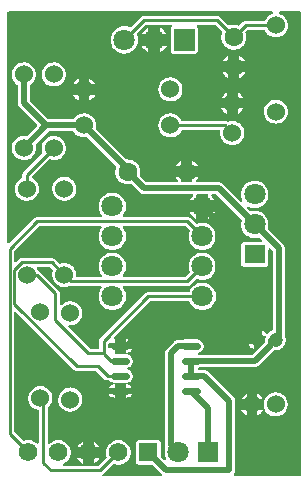
<source format=gbl>
G04 Layer: BottomLayer*
G04 EasyEDA v6.4.31, 2022-01-29 23:58:21*
G04 f8a1f9972e504da7969cdc8d593e69ee,00a5ad12733442db97615573759eb5db,10*
G04 Gerber Generator version 0.2*
G04 Scale: 100 percent, Rotated: No, Reflected: No *
G04 Dimensions in millimeters *
G04 leading zeros omitted , absolute positions ,4 integer and 5 decimal *
%FSLAX45Y45*%
%MOMM*%

%ADD10C,0.2540*%
%ADD11C,0.5000*%
%ADD12C,1.6000*%
%ADD13C,1.8000*%
%ADD14R,1.8000X1.5748*%
%ADD15C,1.5240*%
%ADD16C,1.5748*%
%ADD17R,1.5748X1.5748*%
%ADD18R,1.8000X1.8000*%
%ADD19C,1.2000*%
%ADD20C,0.6000*%

%LPD*%
G36*
X840384Y25908D02*
G01*
X836371Y26720D01*
X832967Y29108D01*
X830834Y32664D01*
X830275Y36728D01*
X831342Y40690D01*
X833932Y43942D01*
X840435Y49276D01*
X919175Y127965D01*
X922274Y130098D01*
X925931Y130962D01*
X929640Y130403D01*
X938123Y127558D01*
X951534Y124866D01*
X965200Y123952D01*
X978865Y124866D01*
X992276Y127558D01*
X1005230Y131927D01*
X1017524Y137972D01*
X1028903Y145592D01*
X1039164Y154635D01*
X1048207Y164896D01*
X1055827Y176276D01*
X1061872Y188569D01*
X1066241Y201523D01*
X1068933Y214934D01*
X1069848Y228600D01*
X1068933Y242265D01*
X1066241Y255676D01*
X1061872Y268630D01*
X1055827Y280924D01*
X1048207Y292303D01*
X1039164Y302564D01*
X1028903Y311607D01*
X1017524Y319227D01*
X1005230Y325272D01*
X992276Y329641D01*
X978865Y332333D01*
X965200Y333248D01*
X951534Y332333D01*
X938123Y329641D01*
X925169Y325272D01*
X912876Y319227D01*
X901496Y311607D01*
X891235Y302564D01*
X882192Y292303D01*
X874572Y280924D01*
X868527Y268630D01*
X864158Y255676D01*
X861466Y242265D01*
X860552Y228600D01*
X861466Y214934D01*
X864158Y201523D01*
X867003Y193040D01*
X867562Y189331D01*
X866698Y185674D01*
X864565Y182575D01*
X799795Y117805D01*
X796493Y115570D01*
X792581Y114808D01*
X760069Y114808D01*
X755700Y115824D01*
X753516Y117500D01*
X750671Y115570D01*
X746760Y114808D01*
X675640Y114808D01*
X671728Y115570D01*
X668883Y117500D01*
X666699Y115824D01*
X662330Y114808D01*
X506069Y114808D01*
X501700Y115824D01*
X498144Y118618D01*
X496163Y122682D01*
X496163Y127152D01*
X498093Y131216D01*
X501599Y134061D01*
X509524Y137972D01*
X520903Y145592D01*
X531164Y154635D01*
X540207Y164896D01*
X547827Y176276D01*
X553872Y188569D01*
X558241Y201523D01*
X560933Y214934D01*
X561848Y228600D01*
X560933Y242265D01*
X558241Y255676D01*
X553872Y268630D01*
X547827Y280924D01*
X540207Y292303D01*
X531164Y302564D01*
X520903Y311607D01*
X509524Y319227D01*
X497230Y325272D01*
X484276Y329641D01*
X470865Y332333D01*
X457200Y333248D01*
X443534Y332333D01*
X430123Y329641D01*
X417169Y325272D01*
X404876Y319227D01*
X393496Y311607D01*
X385673Y304749D01*
X382320Y302768D01*
X378510Y302209D01*
X374751Y303123D01*
X371652Y305358D01*
X369519Y308559D01*
X368808Y312369D01*
X368808Y604926D01*
X369265Y607923D01*
X370586Y610666D01*
X382778Y623214D01*
X390855Y634187D01*
X397408Y646125D01*
X402285Y658876D01*
X405485Y672134D01*
X406806Y685698D01*
X406349Y699312D01*
X404114Y712774D01*
X400050Y725779D01*
X394309Y738174D01*
X386994Y749655D01*
X378206Y760069D01*
X368046Y769213D01*
X356819Y776935D01*
X344678Y783082D01*
X331774Y787552D01*
X318414Y790295D01*
X304800Y791159D01*
X291185Y790295D01*
X277825Y787552D01*
X264922Y783082D01*
X252780Y776935D01*
X241554Y769213D01*
X231394Y760069D01*
X222605Y749655D01*
X215290Y738174D01*
X209550Y725779D01*
X205486Y712774D01*
X203250Y699312D01*
X202793Y685698D01*
X204114Y672134D01*
X207314Y658876D01*
X212191Y646125D01*
X218744Y634187D01*
X226821Y623214D01*
X236321Y613410D01*
X247040Y604926D01*
X258775Y597966D01*
X271322Y592683D01*
X284124Y589178D01*
X287985Y587095D01*
X290626Y583641D01*
X291592Y579374D01*
X291592Y312369D01*
X290880Y308559D01*
X288747Y305358D01*
X285648Y303123D01*
X281889Y302209D01*
X278079Y302768D01*
X274726Y304749D01*
X266903Y311607D01*
X255524Y319227D01*
X243230Y325272D01*
X230276Y329641D01*
X216865Y332333D01*
X203200Y333248D01*
X189534Y332333D01*
X176123Y329641D01*
X167640Y326796D01*
X163931Y326237D01*
X160274Y327101D01*
X157175Y329234D01*
X86563Y399846D01*
X84328Y403148D01*
X83566Y407060D01*
X83566Y1409598D01*
X84328Y1413510D01*
X86563Y1416812D01*
X89814Y1418996D01*
X93726Y1419758D01*
X97637Y1418996D01*
X100888Y1416812D01*
X585622Y932078D01*
X591870Y926947D01*
X598525Y923391D01*
X605739Y921207D01*
X613765Y920394D01*
X771652Y920394D01*
X775563Y919632D01*
X778865Y917448D01*
X846937Y849376D01*
X853186Y844245D01*
X859840Y840689D01*
X867054Y838504D01*
X875080Y837692D01*
X888390Y837692D01*
X892302Y836930D01*
X895553Y834694D01*
X896772Y833526D01*
X904748Y827938D01*
X913587Y823823D01*
X918006Y822604D01*
X921918Y820572D01*
X924610Y817118D01*
X925525Y812800D01*
X924610Y808482D01*
X921918Y805027D01*
X918006Y802995D01*
X913587Y801776D01*
X904748Y797661D01*
X896772Y792073D01*
X889914Y785215D01*
X884326Y777240D01*
X881227Y770636D01*
X936345Y770636D01*
X936345Y810209D01*
X937107Y814120D01*
X939342Y817422D01*
X942644Y819607D01*
X946505Y820369D01*
X1018895Y820369D01*
X1022756Y819607D01*
X1026058Y817422D01*
X1028293Y814120D01*
X1029055Y810209D01*
X1029055Y770636D01*
X1084173Y770636D01*
X1081074Y777240D01*
X1075486Y785215D01*
X1068628Y792073D01*
X1060653Y797661D01*
X1051814Y801776D01*
X1047394Y802995D01*
X1043482Y805027D01*
X1040790Y808482D01*
X1039876Y812800D01*
X1040790Y817118D01*
X1043482Y820572D01*
X1047394Y822604D01*
X1051814Y823823D01*
X1060653Y827938D01*
X1068628Y833526D01*
X1075486Y840384D01*
X1081074Y848360D01*
X1085189Y857199D01*
X1087729Y866597D01*
X1088593Y876300D01*
X1087729Y886002D01*
X1085189Y895400D01*
X1081074Y904240D01*
X1075486Y912215D01*
X1068628Y919073D01*
X1060653Y924661D01*
X1051814Y928776D01*
X1047394Y929995D01*
X1043482Y932027D01*
X1040790Y935482D01*
X1039876Y939800D01*
X1040790Y944118D01*
X1043482Y947572D01*
X1047394Y949604D01*
X1051814Y950823D01*
X1060653Y954938D01*
X1068628Y960526D01*
X1075486Y967384D01*
X1081074Y975360D01*
X1085189Y984199D01*
X1087729Y993597D01*
X1088593Y1003300D01*
X1087729Y1013002D01*
X1085189Y1022400D01*
X1081074Y1031240D01*
X1075486Y1039215D01*
X1068628Y1046073D01*
X1060653Y1051661D01*
X1051814Y1055776D01*
X1047394Y1056995D01*
X1043482Y1059027D01*
X1040790Y1062482D01*
X1039876Y1066800D01*
X1040790Y1071118D01*
X1043482Y1074572D01*
X1047394Y1076604D01*
X1051814Y1077823D01*
X1060653Y1081938D01*
X1068628Y1087526D01*
X1075486Y1094384D01*
X1081074Y1102360D01*
X1084173Y1108964D01*
X1029055Y1108964D01*
X1029055Y1069390D01*
X1028293Y1065479D01*
X1026058Y1062177D01*
X1022756Y1059992D01*
X1018895Y1059230D01*
X946505Y1059230D01*
X942644Y1059992D01*
X939342Y1062177D01*
X937107Y1065479D01*
X936345Y1069390D01*
X936345Y1108964D01*
X888746Y1108964D01*
X884834Y1109726D01*
X881583Y1111910D01*
X879348Y1115212D01*
X878586Y1119124D01*
X878586Y1141476D01*
X879348Y1145387D01*
X881583Y1148689D01*
X884834Y1150874D01*
X888746Y1151636D01*
X936345Y1151636D01*
X936345Y1186230D01*
X931265Y1186992D01*
X927963Y1189177D01*
X925728Y1192479D01*
X924966Y1196390D01*
X925728Y1200251D01*
X927963Y1203553D01*
X1232204Y1507794D01*
X1235506Y1510030D01*
X1239418Y1510792D01*
X1560271Y1510792D01*
X1564030Y1510080D01*
X1567230Y1508048D01*
X1569466Y1504950D01*
X1574850Y1493570D01*
X1582623Y1481277D01*
X1591919Y1470050D01*
X1602536Y1460093D01*
X1614322Y1451559D01*
X1627073Y1444548D01*
X1640586Y1439164D01*
X1654708Y1435557D01*
X1669135Y1433728D01*
X1683664Y1433728D01*
X1698091Y1435557D01*
X1712214Y1439164D01*
X1725726Y1444548D01*
X1738477Y1451559D01*
X1750263Y1460093D01*
X1760880Y1470050D01*
X1770176Y1481277D01*
X1777949Y1493570D01*
X1784146Y1506728D01*
X1788668Y1520596D01*
X1791360Y1534871D01*
X1792274Y1549400D01*
X1791360Y1563928D01*
X1788668Y1578203D01*
X1784146Y1592072D01*
X1777949Y1605229D01*
X1770176Y1617522D01*
X1760880Y1628749D01*
X1750263Y1638706D01*
X1738477Y1647240D01*
X1725726Y1654251D01*
X1712214Y1659636D01*
X1698091Y1663242D01*
X1683664Y1665071D01*
X1669135Y1665071D01*
X1654708Y1663242D01*
X1640586Y1659636D01*
X1627073Y1654251D01*
X1614322Y1647240D01*
X1602536Y1638706D01*
X1591919Y1628749D01*
X1582623Y1617522D01*
X1574850Y1605229D01*
X1569466Y1593850D01*
X1567230Y1590751D01*
X1564030Y1588719D01*
X1560271Y1588008D01*
X1219708Y1588008D01*
X1211681Y1587195D01*
X1204468Y1585010D01*
X1197762Y1581454D01*
X1191564Y1576324D01*
X813053Y1197813D01*
X807923Y1191615D01*
X804367Y1184910D01*
X802182Y1177696D01*
X801370Y1169670D01*
X801370Y1115568D01*
X800608Y1111656D01*
X798372Y1108405D01*
X795121Y1106170D01*
X791210Y1105408D01*
X731418Y1105408D01*
X727506Y1106170D01*
X724204Y1108405D01*
X545388Y1287170D01*
X543204Y1290472D01*
X542442Y1294384D01*
X543204Y1298244D01*
X545388Y1301546D01*
X548690Y1303782D01*
X552602Y1304544D01*
X565607Y1304544D01*
X579120Y1306372D01*
X592277Y1309928D01*
X604824Y1315262D01*
X616559Y1322222D01*
X627278Y1330655D01*
X636778Y1340459D01*
X644855Y1351483D01*
X651408Y1363421D01*
X656285Y1376121D01*
X659485Y1389430D01*
X660806Y1402994D01*
X660349Y1416608D01*
X658114Y1430070D01*
X654050Y1443075D01*
X648309Y1455470D01*
X640994Y1466951D01*
X632206Y1477365D01*
X622046Y1486509D01*
X610819Y1494231D01*
X598678Y1500378D01*
X585774Y1504848D01*
X572414Y1507540D01*
X558800Y1508455D01*
X545185Y1507540D01*
X531825Y1504848D01*
X518922Y1500378D01*
X506780Y1494231D01*
X495554Y1486509D01*
X487375Y1479143D01*
X484073Y1477111D01*
X480212Y1476502D01*
X476453Y1477365D01*
X473252Y1479600D01*
X471170Y1482852D01*
X470408Y1486662D01*
X470408Y1574292D01*
X469595Y1582318D01*
X467410Y1589532D01*
X463854Y1596237D01*
X458724Y1602435D01*
X303733Y1757425D01*
X297535Y1762556D01*
X287274Y1767687D01*
X285038Y1769770D01*
X277012Y1784604D01*
X275793Y1788617D01*
X276301Y1792732D01*
X278434Y1796338D01*
X281838Y1798777D01*
X285902Y1799640D01*
X380034Y1799640D01*
X383895Y1798878D01*
X387197Y1796643D01*
X409346Y1774545D01*
X411530Y1771345D01*
X412292Y1767535D01*
X411632Y1763725D01*
X410514Y1760778D01*
X407314Y1747469D01*
X405993Y1733905D01*
X406450Y1720291D01*
X408686Y1706829D01*
X412750Y1693824D01*
X418490Y1681429D01*
X425805Y1669948D01*
X434593Y1659534D01*
X444754Y1650390D01*
X455980Y1642668D01*
X468122Y1636522D01*
X481025Y1632051D01*
X494385Y1629359D01*
X508000Y1628444D01*
X521614Y1629359D01*
X534974Y1632051D01*
X547878Y1636522D01*
X552450Y1638401D01*
X555294Y1638503D01*
X562559Y1637792D01*
X815848Y1637792D01*
X819556Y1637080D01*
X822756Y1635048D01*
X825042Y1631950D01*
X825957Y1628292D01*
X825500Y1624482D01*
X823671Y1621180D01*
X820623Y1617522D01*
X812850Y1605229D01*
X806653Y1592072D01*
X802132Y1578203D01*
X799439Y1563928D01*
X798525Y1549400D01*
X799439Y1534871D01*
X802132Y1520596D01*
X806653Y1506728D01*
X812850Y1493570D01*
X820623Y1481277D01*
X829919Y1470050D01*
X840536Y1460093D01*
X852322Y1451559D01*
X865073Y1444548D01*
X878586Y1439164D01*
X892708Y1435557D01*
X907135Y1433728D01*
X921664Y1433728D01*
X936091Y1435557D01*
X950214Y1439164D01*
X963726Y1444548D01*
X976477Y1451559D01*
X988263Y1460093D01*
X998880Y1470050D01*
X1008176Y1481277D01*
X1015949Y1493570D01*
X1022146Y1506728D01*
X1026668Y1520596D01*
X1029360Y1534871D01*
X1030274Y1549400D01*
X1029360Y1563928D01*
X1026668Y1578203D01*
X1022146Y1592072D01*
X1015949Y1605229D01*
X1008176Y1617522D01*
X1005128Y1621180D01*
X1003300Y1624482D01*
X1002842Y1628292D01*
X1003757Y1631950D01*
X1006043Y1635048D01*
X1009243Y1637080D01*
X1012952Y1637792D01*
X1548892Y1637792D01*
X1556918Y1638604D01*
X1564132Y1640789D01*
X1570837Y1644345D01*
X1577035Y1649475D01*
X1621688Y1694078D01*
X1624939Y1696262D01*
X1628749Y1697075D01*
X1632610Y1696364D01*
X1640586Y1693164D01*
X1654708Y1689557D01*
X1669135Y1687728D01*
X1683664Y1687728D01*
X1698091Y1689557D01*
X1712214Y1693164D01*
X1725726Y1698548D01*
X1738477Y1705559D01*
X1750263Y1714093D01*
X1760880Y1724050D01*
X1770176Y1735277D01*
X1777949Y1747570D01*
X1784146Y1760728D01*
X1788668Y1774596D01*
X1791360Y1788871D01*
X1792274Y1803400D01*
X1791360Y1817928D01*
X1788668Y1832203D01*
X1784146Y1846072D01*
X1777949Y1859229D01*
X1770176Y1871522D01*
X1760880Y1882749D01*
X1750263Y1892706D01*
X1738477Y1901240D01*
X1725726Y1908251D01*
X1712214Y1913636D01*
X1698091Y1917242D01*
X1683664Y1919071D01*
X1669135Y1919071D01*
X1654708Y1917242D01*
X1640586Y1913636D01*
X1627073Y1908251D01*
X1614322Y1901240D01*
X1602536Y1892706D01*
X1591919Y1882749D01*
X1582623Y1871522D01*
X1574850Y1859229D01*
X1568653Y1846072D01*
X1564132Y1832203D01*
X1561439Y1817928D01*
X1560525Y1803400D01*
X1561439Y1788871D01*
X1564132Y1774596D01*
X1568653Y1760728D01*
X1569923Y1756054D01*
X1569212Y1751990D01*
X1566976Y1748536D01*
X1536395Y1718005D01*
X1533093Y1715770D01*
X1529181Y1715007D01*
X1012952Y1715007D01*
X1009243Y1715719D01*
X1006043Y1717751D01*
X1003757Y1720850D01*
X1002842Y1724507D01*
X1003300Y1728317D01*
X1005128Y1731619D01*
X1008176Y1735277D01*
X1015949Y1747570D01*
X1022146Y1760728D01*
X1026668Y1774596D01*
X1029360Y1788871D01*
X1030274Y1803400D01*
X1029360Y1817928D01*
X1026668Y1832203D01*
X1022146Y1846072D01*
X1015949Y1859229D01*
X1008176Y1871522D01*
X998880Y1882749D01*
X988263Y1892706D01*
X976477Y1901240D01*
X963726Y1908251D01*
X950214Y1913636D01*
X936091Y1917242D01*
X921664Y1919071D01*
X907135Y1919071D01*
X892708Y1917242D01*
X878586Y1913636D01*
X865073Y1908251D01*
X852322Y1901240D01*
X840536Y1892706D01*
X829919Y1882749D01*
X820623Y1871522D01*
X812850Y1859229D01*
X806653Y1846072D01*
X802132Y1832203D01*
X799439Y1817928D01*
X798525Y1803400D01*
X799439Y1788871D01*
X802132Y1774596D01*
X806653Y1760728D01*
X812850Y1747570D01*
X820623Y1735277D01*
X823671Y1731619D01*
X825500Y1728317D01*
X825957Y1724507D01*
X825042Y1720850D01*
X822756Y1717751D01*
X819556Y1715719D01*
X815848Y1715007D01*
X619912Y1715007D01*
X615950Y1715820D01*
X612597Y1718106D01*
X610412Y1721510D01*
X609752Y1725523D01*
X610006Y1733905D01*
X608685Y1747469D01*
X605485Y1760778D01*
X600608Y1773478D01*
X594055Y1785416D01*
X585978Y1796440D01*
X576478Y1806244D01*
X565759Y1814677D01*
X554024Y1821637D01*
X541477Y1826971D01*
X528320Y1830527D01*
X514807Y1832356D01*
X501192Y1832356D01*
X487680Y1830527D01*
X473659Y1826666D01*
X470154Y1826361D01*
X466699Y1827275D01*
X463804Y1829307D01*
X427888Y1865172D01*
X421640Y1870303D01*
X414985Y1873859D01*
X407771Y1876043D01*
X399745Y1876856D01*
X150723Y1876856D01*
X142697Y1876043D01*
X135483Y1873859D01*
X128828Y1870303D01*
X122580Y1865172D01*
X100888Y1843532D01*
X97637Y1841296D01*
X93726Y1840534D01*
X89814Y1841296D01*
X86563Y1843532D01*
X84328Y1846834D01*
X83566Y1850694D01*
X83566Y1929739D01*
X84328Y1933651D01*
X86563Y1936953D01*
X292404Y2142794D01*
X295706Y2145030D01*
X299618Y2145792D01*
X815848Y2145792D01*
X819556Y2145080D01*
X822756Y2143048D01*
X825042Y2139950D01*
X825957Y2136292D01*
X825500Y2132482D01*
X823671Y2129180D01*
X820623Y2125522D01*
X812850Y2113229D01*
X806653Y2100072D01*
X802132Y2086203D01*
X799439Y2071928D01*
X798525Y2057400D01*
X799439Y2042871D01*
X802132Y2028596D01*
X806653Y2014728D01*
X812850Y2001570D01*
X820623Y1989277D01*
X829919Y1978050D01*
X840536Y1968093D01*
X852322Y1959559D01*
X865073Y1952548D01*
X878586Y1947164D01*
X892708Y1943557D01*
X907135Y1941728D01*
X921664Y1941728D01*
X936091Y1943557D01*
X950214Y1947164D01*
X963726Y1952548D01*
X976477Y1959559D01*
X988263Y1968093D01*
X998880Y1978050D01*
X1008176Y1989277D01*
X1015949Y2001570D01*
X1022146Y2014728D01*
X1026668Y2028596D01*
X1029360Y2042871D01*
X1030274Y2057400D01*
X1029360Y2071928D01*
X1026668Y2086203D01*
X1022146Y2100072D01*
X1015949Y2113229D01*
X1008176Y2125522D01*
X1005128Y2129180D01*
X1003300Y2132482D01*
X1002842Y2136292D01*
X1003757Y2139950D01*
X1006043Y2143048D01*
X1009243Y2145080D01*
X1012952Y2145792D01*
X1529181Y2145792D01*
X1533093Y2145030D01*
X1536395Y2142794D01*
X1566976Y2112264D01*
X1569212Y2108809D01*
X1569923Y2104745D01*
X1568653Y2100072D01*
X1564132Y2086203D01*
X1561439Y2071928D01*
X1560525Y2057400D01*
X1561439Y2042871D01*
X1564132Y2028596D01*
X1568653Y2014728D01*
X1574850Y2001570D01*
X1582623Y1989277D01*
X1591919Y1978050D01*
X1602536Y1968093D01*
X1614322Y1959559D01*
X1627073Y1952548D01*
X1640586Y1947164D01*
X1654708Y1943557D01*
X1669135Y1941728D01*
X1683664Y1941728D01*
X1698091Y1943557D01*
X1712214Y1947164D01*
X1725726Y1952548D01*
X1738477Y1959559D01*
X1750263Y1968093D01*
X1760880Y1978050D01*
X1770176Y1989277D01*
X1777949Y2001570D01*
X1784146Y2014728D01*
X1788668Y2028596D01*
X1791360Y2042871D01*
X1792274Y2057400D01*
X1791360Y2071928D01*
X1788668Y2086203D01*
X1784146Y2100072D01*
X1777949Y2113229D01*
X1770176Y2125522D01*
X1760880Y2136749D01*
X1750263Y2146706D01*
X1738477Y2155240D01*
X1725726Y2162251D01*
X1712214Y2167636D01*
X1698091Y2171242D01*
X1683664Y2173071D01*
X1669135Y2173071D01*
X1654708Y2171242D01*
X1640586Y2167636D01*
X1632610Y2164435D01*
X1628749Y2163724D01*
X1624939Y2164537D01*
X1621688Y2166721D01*
X1577035Y2211324D01*
X1570837Y2216454D01*
X1564132Y2220010D01*
X1556918Y2222195D01*
X1548892Y2223008D01*
X1012952Y2223008D01*
X1009243Y2223719D01*
X1006043Y2225751D01*
X1003757Y2228850D01*
X1002842Y2232507D01*
X1003300Y2236317D01*
X1005128Y2239619D01*
X1008176Y2243277D01*
X1015949Y2255570D01*
X1022146Y2268728D01*
X1026668Y2282596D01*
X1029360Y2296871D01*
X1030274Y2311400D01*
X1029360Y2325928D01*
X1026668Y2340203D01*
X1022146Y2354072D01*
X1015949Y2367229D01*
X1008176Y2379522D01*
X998880Y2390749D01*
X988263Y2400706D01*
X976477Y2409240D01*
X963726Y2416251D01*
X950214Y2421636D01*
X936091Y2425242D01*
X921664Y2427071D01*
X907135Y2427071D01*
X892708Y2425242D01*
X878586Y2421636D01*
X865073Y2416251D01*
X852322Y2409240D01*
X840536Y2400706D01*
X829919Y2390749D01*
X820623Y2379522D01*
X812850Y2367229D01*
X806653Y2354072D01*
X802132Y2340203D01*
X799439Y2325928D01*
X798525Y2311400D01*
X799439Y2296871D01*
X802132Y2282596D01*
X806653Y2268728D01*
X812850Y2255570D01*
X820623Y2243277D01*
X823671Y2239619D01*
X825500Y2236317D01*
X825957Y2232507D01*
X825042Y2228850D01*
X822756Y2225751D01*
X819556Y2223719D01*
X815848Y2223008D01*
X279908Y2223008D01*
X271881Y2222195D01*
X264668Y2220010D01*
X257962Y2216454D01*
X251764Y2211324D01*
X43230Y2002840D01*
X39979Y2000656D01*
X36068Y1999894D01*
X32156Y2000656D01*
X28905Y2002840D01*
X26670Y2006142D01*
X25908Y2010054D01*
X25908Y3951732D01*
X26670Y3955643D01*
X28905Y3958894D01*
X32156Y3961129D01*
X36068Y3961892D01*
X2265070Y3961892D01*
X2269134Y3961028D01*
X2272487Y3958640D01*
X2274671Y3955135D01*
X2275179Y3951020D01*
X2274062Y3947007D01*
X2271420Y3943807D01*
X2267762Y3941927D01*
X2265222Y3941216D01*
X2252675Y3935933D01*
X2240940Y3928973D01*
X2230221Y3920490D01*
X2220722Y3910685D01*
X2212644Y3899712D01*
X2206599Y3888689D01*
X2204313Y3885895D01*
X2201214Y3884066D01*
X2197709Y3883406D01*
X2043938Y3883406D01*
X2035911Y3882593D01*
X2028698Y3880408D01*
X2021992Y3876852D01*
X2015794Y3871722D01*
X1990140Y3846118D01*
X1987042Y3843985D01*
X1983384Y3843121D01*
X1979675Y3843680D01*
X1970481Y3846779D01*
X1956917Y3849471D01*
X1943100Y3850386D01*
X1929282Y3849471D01*
X1915718Y3846779D01*
X1906524Y3843680D01*
X1902815Y3843121D01*
X1899157Y3843985D01*
X1896059Y3846118D01*
X1829003Y3913124D01*
X1822805Y3918254D01*
X1816100Y3921810D01*
X1808886Y3923995D01*
X1800860Y3924808D01*
X1181608Y3924808D01*
X1173581Y3923995D01*
X1166368Y3921810D01*
X1159662Y3918254D01*
X1153464Y3913124D01*
X1070711Y3830421D01*
X1067460Y3828237D01*
X1063650Y3827424D01*
X1059789Y3828135D01*
X1051814Y3831336D01*
X1037691Y3834942D01*
X1023264Y3836771D01*
X1008735Y3836771D01*
X994308Y3834942D01*
X980186Y3831336D01*
X966673Y3825951D01*
X953922Y3818940D01*
X942136Y3810406D01*
X931519Y3800449D01*
X922223Y3789222D01*
X914450Y3776929D01*
X908253Y3763772D01*
X903732Y3749903D01*
X901039Y3735628D01*
X900125Y3721100D01*
X901039Y3706571D01*
X903732Y3692296D01*
X908253Y3678428D01*
X914450Y3665270D01*
X922223Y3652977D01*
X931519Y3641750D01*
X942136Y3631793D01*
X953922Y3623259D01*
X966673Y3616248D01*
X980186Y3610864D01*
X994308Y3607257D01*
X1008735Y3605428D01*
X1023264Y3605428D01*
X1037691Y3607257D01*
X1051814Y3610864D01*
X1065326Y3616248D01*
X1078077Y3623259D01*
X1089863Y3631793D01*
X1100480Y3641750D01*
X1109776Y3652977D01*
X1117549Y3665270D01*
X1123746Y3678428D01*
X1128268Y3692296D01*
X1130960Y3706571D01*
X1131874Y3721100D01*
X1130960Y3735628D01*
X1128268Y3749903D01*
X1123746Y3763772D01*
X1122476Y3768445D01*
X1123188Y3772509D01*
X1125423Y3775964D01*
X1194104Y3844594D01*
X1197406Y3846829D01*
X1201318Y3847592D01*
X1222044Y3847592D01*
X1225397Y3846931D01*
X1228801Y3847592D01*
X1311198Y3847592D01*
X1314602Y3846931D01*
X1317955Y3847592D01*
X1409649Y3847592D01*
X1413510Y3846829D01*
X1416812Y3844594D01*
X1419047Y3841343D01*
X1419809Y3837432D01*
X1419047Y3833520D01*
X1416812Y3830269D01*
X1413814Y3827221D01*
X1410716Y3822293D01*
X1408785Y3816858D01*
X1408074Y3810508D01*
X1408074Y3631692D01*
X1408785Y3625342D01*
X1410716Y3619906D01*
X1413814Y3614978D01*
X1417878Y3610914D01*
X1422806Y3607815D01*
X1428242Y3605885D01*
X1434592Y3605174D01*
X1613408Y3605174D01*
X1619758Y3605885D01*
X1625193Y3607815D01*
X1630121Y3610914D01*
X1634185Y3614978D01*
X1637283Y3619906D01*
X1639214Y3625342D01*
X1639925Y3631692D01*
X1639925Y3810508D01*
X1639214Y3816858D01*
X1637283Y3822293D01*
X1634185Y3827221D01*
X1631188Y3830269D01*
X1628952Y3833520D01*
X1628190Y3837432D01*
X1628952Y3841343D01*
X1631188Y3844594D01*
X1634489Y3846829D01*
X1638350Y3847592D01*
X1781149Y3847592D01*
X1785061Y3846829D01*
X1788363Y3844594D01*
X1841500Y3791508D01*
X1843582Y3788410D01*
X1844446Y3784752D01*
X1843938Y3781044D01*
X1840839Y3771900D01*
X1838096Y3758336D01*
X1837232Y3744518D01*
X1838096Y3730701D01*
X1840839Y3717086D01*
X1845259Y3703980D01*
X1851406Y3691534D01*
X1859076Y3680053D01*
X1868220Y3669639D01*
X1878634Y3660495D01*
X1890166Y3652824D01*
X1902561Y3646678D01*
X1915718Y3642207D01*
X1929282Y3639515D01*
X1943100Y3638600D01*
X1956917Y3639515D01*
X1970481Y3642207D01*
X1983638Y3646678D01*
X1996033Y3652824D01*
X2007565Y3660495D01*
X2017979Y3669639D01*
X2027123Y3680053D01*
X2034793Y3691534D01*
X2040940Y3703980D01*
X2045360Y3717086D01*
X2048103Y3730701D01*
X2048967Y3744518D01*
X2048103Y3758336D01*
X2045360Y3771900D01*
X2042261Y3781044D01*
X2041753Y3784752D01*
X2042617Y3788410D01*
X2044700Y3791508D01*
X2056434Y3803192D01*
X2059736Y3805428D01*
X2063648Y3806190D01*
X2197862Y3806190D01*
X2201621Y3805478D01*
X2204821Y3803396D01*
X2207056Y3800297D01*
X2209190Y3795725D01*
X2216505Y3784244D01*
X2225294Y3773830D01*
X2235454Y3764686D01*
X2246680Y3756964D01*
X2258822Y3750818D01*
X2271725Y3746347D01*
X2285085Y3743604D01*
X2298700Y3742690D01*
X2312314Y3743604D01*
X2325674Y3746347D01*
X2338578Y3750818D01*
X2350719Y3756964D01*
X2361946Y3764686D01*
X2372106Y3773830D01*
X2380894Y3784244D01*
X2388209Y3795725D01*
X2393950Y3808120D01*
X2398014Y3821125D01*
X2400249Y3834587D01*
X2400706Y3848201D01*
X2399385Y3861765D01*
X2396185Y3875024D01*
X2391308Y3887774D01*
X2384755Y3899712D01*
X2376678Y3910685D01*
X2367178Y3920490D01*
X2356459Y3928973D01*
X2344724Y3935933D01*
X2332177Y3941216D01*
X2329637Y3941927D01*
X2325979Y3943807D01*
X2323338Y3947007D01*
X2322220Y3951020D01*
X2322728Y3955135D01*
X2324912Y3958640D01*
X2328265Y3961028D01*
X2332329Y3961892D01*
X2503932Y3961892D01*
X2507843Y3961129D01*
X2511094Y3958894D01*
X2513330Y3955643D01*
X2514092Y3951732D01*
X2514092Y36068D01*
X2513330Y32156D01*
X2511094Y28905D01*
X2507843Y26670D01*
X2503932Y25908D01*
X1950923Y25908D01*
X1947011Y26670D01*
X1943709Y28905D01*
X1941525Y32156D01*
X1940763Y36068D01*
X1941525Y39979D01*
X1949043Y50749D01*
X1952802Y58826D01*
X1955088Y67360D01*
X1955901Y76657D01*
X1955901Y660196D01*
X1955698Y664819D01*
X1955139Y669239D01*
X1954174Y673557D01*
X1952853Y677824D01*
X1951126Y681888D01*
X1949094Y685850D01*
X1946706Y689610D01*
X1944014Y693115D01*
X1940864Y696569D01*
X1725269Y912164D01*
X1721815Y915314D01*
X1718310Y918006D01*
X1714550Y920394D01*
X1710588Y922426D01*
X1706524Y924153D01*
X1702257Y925474D01*
X1697939Y926439D01*
X1693519Y926998D01*
X1688896Y927201D01*
X1657451Y927201D01*
X1653184Y928166D01*
X1647393Y929995D01*
X1643481Y932027D01*
X1640789Y935482D01*
X1639874Y939800D01*
X1640789Y944118D01*
X1643481Y947572D01*
X1647393Y949604D01*
X1653184Y951433D01*
X1657451Y952398D01*
X2119477Y952398D01*
X2124151Y952601D01*
X2128520Y953160D01*
X2132888Y954125D01*
X2137105Y955446D01*
X2141220Y957173D01*
X2145131Y959205D01*
X2148890Y961593D01*
X2152446Y964285D01*
X2155850Y967435D01*
X2281275Y1092860D01*
X2284882Y1095197D01*
X2289149Y1095806D01*
X2297480Y1095197D01*
X2309723Y1096111D01*
X2321712Y1098702D01*
X2333193Y1102969D01*
X2343912Y1108862D01*
X2353767Y1116177D01*
X2362403Y1124864D01*
X2369769Y1134668D01*
X2375611Y1145438D01*
X2379929Y1156919D01*
X2382520Y1168857D01*
X2383383Y1181100D01*
X2382520Y1193342D01*
X2379929Y1205280D01*
X2375662Y1216710D01*
X2375001Y1220266D01*
X2375001Y1955596D01*
X2374798Y1960219D01*
X2374239Y1964639D01*
X2373274Y1968957D01*
X2371953Y1973224D01*
X2370226Y1977288D01*
X2368194Y1981250D01*
X2365806Y1985010D01*
X2363114Y1988515D01*
X2359964Y1991969D01*
X2234742Y2117191D01*
X2232710Y2120036D01*
X2231796Y2123389D01*
X2232050Y2126894D01*
X2234742Y2137308D01*
X2236571Y2151735D01*
X2236571Y2166264D01*
X2234742Y2180691D01*
X2231136Y2194814D01*
X2225751Y2208326D01*
X2218740Y2221077D01*
X2210206Y2232863D01*
X2200249Y2243480D01*
X2189022Y2252776D01*
X2176729Y2260549D01*
X2163572Y2266746D01*
X2149703Y2271268D01*
X2135428Y2273960D01*
X2120900Y2274874D01*
X2106371Y2273960D01*
X2092096Y2271268D01*
X2089353Y2270353D01*
X2085695Y2269896D01*
X2082088Y2270760D01*
X2079040Y2272842D01*
X2059736Y2292146D01*
X2057501Y2295550D01*
X2056739Y2299512D01*
X2057603Y2303424D01*
X2059939Y2306726D01*
X2063343Y2308860D01*
X2067306Y2309520D01*
X2071217Y2308555D01*
X2078228Y2305253D01*
X2092096Y2300732D01*
X2106371Y2298039D01*
X2120900Y2297125D01*
X2135428Y2298039D01*
X2149703Y2300732D01*
X2163572Y2305253D01*
X2176729Y2311450D01*
X2189022Y2319223D01*
X2200249Y2328519D01*
X2210206Y2339136D01*
X2218740Y2350922D01*
X2225751Y2363673D01*
X2231136Y2377186D01*
X2234742Y2391308D01*
X2236571Y2405735D01*
X2236571Y2420264D01*
X2234742Y2434691D01*
X2231136Y2448814D01*
X2225751Y2462326D01*
X2218740Y2475077D01*
X2210206Y2486863D01*
X2200249Y2497480D01*
X2189022Y2506776D01*
X2176729Y2514549D01*
X2163572Y2520746D01*
X2149703Y2525268D01*
X2135428Y2527960D01*
X2120900Y2528874D01*
X2106371Y2527960D01*
X2092096Y2525268D01*
X2078228Y2520746D01*
X2065070Y2514549D01*
X2052777Y2506776D01*
X2041550Y2497480D01*
X2031593Y2486863D01*
X2023059Y2475077D01*
X2016048Y2462326D01*
X2010664Y2448814D01*
X2007057Y2434691D01*
X2005228Y2420264D01*
X2005228Y2405735D01*
X2007057Y2391308D01*
X2010664Y2377186D01*
X2016201Y2363266D01*
X2016912Y2359355D01*
X2016099Y2355494D01*
X2013864Y2352243D01*
X2010562Y2350109D01*
X2006701Y2349347D01*
X2002840Y2350109D01*
X1999589Y2352344D01*
X1850999Y2500884D01*
X1847596Y2504033D01*
X1844039Y2506726D01*
X1840280Y2509113D01*
X1836369Y2511196D01*
X1832254Y2512872D01*
X1828038Y2514193D01*
X1823669Y2515158D01*
X1819300Y2515768D01*
X1814626Y2515971D01*
X1631543Y2515971D01*
X1627784Y2516682D01*
X1624533Y2518765D01*
X1622298Y2521915D01*
X1621434Y2525674D01*
X1621993Y2529484D01*
X1623923Y2532786D01*
X1629410Y2539034D01*
X1637080Y2550566D01*
X1640332Y2557170D01*
X1591716Y2557170D01*
X1591716Y2526131D01*
X1590954Y2522220D01*
X1588770Y2518918D01*
X1585468Y2516733D01*
X1581556Y2515971D01*
X1509217Y2515971D01*
X1505305Y2516733D01*
X1502003Y2518918D01*
X1499819Y2522220D01*
X1499057Y2526131D01*
X1499057Y2557170D01*
X1450441Y2557170D01*
X1453692Y2550566D01*
X1461363Y2539034D01*
X1466850Y2532786D01*
X1468780Y2529484D01*
X1469339Y2525674D01*
X1468475Y2521915D01*
X1466240Y2518765D01*
X1462989Y2516682D01*
X1459230Y2515971D01*
X1209141Y2515971D01*
X1205280Y2516733D01*
X1201978Y2518918D01*
X1151026Y2569870D01*
X1149096Y2572562D01*
X1148130Y2575712D01*
X1148232Y2579065D01*
X1150366Y2589682D01*
X1151280Y2603500D01*
X1150366Y2617317D01*
X1147673Y2630881D01*
X1143203Y2644038D01*
X1137107Y2656433D01*
X1129385Y2667965D01*
X1120241Y2678379D01*
X1109827Y2687523D01*
X1098346Y2695194D01*
X1085900Y2701340D01*
X1072794Y2705760D01*
X1059230Y2708503D01*
X1045413Y2709367D01*
X1041349Y2709113D01*
X1037082Y2709773D01*
X1033475Y2712059D01*
X778814Y2966770D01*
X776884Y2969463D01*
X775919Y2972663D01*
X776020Y2975965D01*
X777595Y2983585D01*
X778510Y2997200D01*
X777595Y3010814D01*
X774852Y3024174D01*
X770382Y3037078D01*
X764235Y3049219D01*
X756513Y3060446D01*
X747369Y3070606D01*
X736955Y3079394D01*
X725474Y3086709D01*
X713079Y3092450D01*
X700074Y3096514D01*
X686612Y3098749D01*
X672998Y3099206D01*
X659434Y3097885D01*
X646176Y3094685D01*
X633425Y3089808D01*
X621487Y3083255D01*
X610514Y3075178D01*
X600710Y3065678D01*
X592226Y3054959D01*
X591108Y3053080D01*
X588873Y3050438D01*
X585825Y3048711D01*
X582371Y3048101D01*
X380898Y3048101D01*
X376986Y3048863D01*
X373735Y3051098D01*
X218998Y3205835D01*
X216763Y3209086D01*
X216001Y3212998D01*
X216001Y3335070D01*
X216560Y3338423D01*
X218186Y3341370D01*
X220725Y3343656D01*
X225653Y3346805D01*
X236067Y3355594D01*
X245211Y3365754D01*
X252933Y3376980D01*
X259079Y3389122D01*
X263550Y3402025D01*
X266293Y3415385D01*
X267208Y3429000D01*
X266293Y3442614D01*
X263550Y3455974D01*
X259079Y3468878D01*
X252933Y3481019D01*
X245211Y3492246D01*
X236067Y3502406D01*
X225653Y3511194D01*
X214172Y3518509D01*
X201777Y3524250D01*
X188772Y3528314D01*
X175310Y3530549D01*
X161696Y3531006D01*
X148132Y3529685D01*
X134874Y3526485D01*
X122123Y3521608D01*
X110185Y3515055D01*
X99212Y3506978D01*
X89408Y3497478D01*
X80924Y3486759D01*
X73964Y3475024D01*
X68681Y3462477D01*
X65074Y3449320D01*
X63246Y3435807D01*
X63246Y3422192D01*
X65074Y3408679D01*
X68681Y3395522D01*
X73964Y3382975D01*
X80924Y3371240D01*
X89408Y3360521D01*
X99212Y3351022D01*
X110083Y3343046D01*
X112268Y3340811D01*
X113690Y3337966D01*
X114198Y3334867D01*
X114198Y3187903D01*
X114401Y3183280D01*
X114960Y3178860D01*
X115925Y3174542D01*
X117246Y3170275D01*
X118973Y3166211D01*
X121005Y3162249D01*
X123393Y3158490D01*
X126085Y3154984D01*
X129235Y3151530D01*
X276402Y3004362D01*
X278638Y3001111D01*
X279400Y2997200D01*
X278638Y2993288D01*
X276402Y2990037D01*
X195580Y2909163D01*
X192989Y2907284D01*
X189941Y2906318D01*
X186740Y2906369D01*
X175310Y2908249D01*
X161696Y2908706D01*
X148132Y2907385D01*
X134874Y2904185D01*
X122123Y2899308D01*
X110185Y2892755D01*
X99212Y2884678D01*
X89408Y2875178D01*
X80924Y2864459D01*
X73964Y2852724D01*
X68681Y2840177D01*
X65074Y2827020D01*
X63246Y2813507D01*
X63246Y2799892D01*
X65074Y2786380D01*
X68681Y2773222D01*
X73964Y2760675D01*
X80924Y2748940D01*
X89408Y2738221D01*
X99212Y2728722D01*
X110185Y2720644D01*
X122123Y2714091D01*
X134874Y2709214D01*
X148132Y2706014D01*
X161696Y2704693D01*
X175310Y2705150D01*
X188772Y2707386D01*
X201777Y2711450D01*
X214172Y2717190D01*
X225653Y2724505D01*
X236067Y2733294D01*
X245211Y2743454D01*
X252933Y2754680D01*
X259079Y2766822D01*
X263550Y2779725D01*
X266293Y2793085D01*
X267208Y2806700D01*
X266293Y2820314D01*
X264718Y2827883D01*
X264617Y2831236D01*
X265582Y2834386D01*
X267512Y2837129D01*
X373735Y2943301D01*
X376986Y2945536D01*
X380898Y2946298D01*
X582371Y2946298D01*
X585825Y2945688D01*
X588873Y2943961D01*
X591108Y2941320D01*
X592226Y2939440D01*
X600710Y2928721D01*
X610514Y2919222D01*
X621487Y2911144D01*
X633425Y2904591D01*
X646176Y2899714D01*
X659434Y2896514D01*
X672998Y2895193D01*
X686612Y2895650D01*
X697992Y2897530D01*
X701192Y2897581D01*
X704291Y2896616D01*
X706882Y2894736D01*
X945692Y2655874D01*
X947978Y2652369D01*
X948690Y2648254D01*
X947572Y2644038D01*
X943102Y2630881D01*
X940409Y2617317D01*
X939495Y2603500D01*
X940409Y2589682D01*
X943102Y2576118D01*
X947572Y2562961D01*
X953668Y2550566D01*
X961390Y2539034D01*
X970534Y2528620D01*
X980948Y2519476D01*
X992428Y2511806D01*
X1004874Y2505659D01*
X1017981Y2501239D01*
X1031544Y2498496D01*
X1045413Y2497632D01*
X1059230Y2498496D01*
X1069898Y2500630D01*
X1073200Y2500731D01*
X1076350Y2499766D01*
X1079042Y2497886D01*
X1147724Y2429205D01*
X1151128Y2426055D01*
X1154684Y2423363D01*
X1158443Y2420975D01*
X1162354Y2418892D01*
X1166469Y2417216D01*
X1170686Y2415895D01*
X1175054Y2414930D01*
X1179423Y2414320D01*
X1184097Y2414117D01*
X1591208Y2414117D01*
X1595120Y2413355D01*
X1598422Y2411069D01*
X1600657Y2407716D01*
X1601368Y2403754D01*
X1600454Y2399842D01*
X1598117Y2396591D01*
X1591919Y2390749D01*
X1582623Y2379522D01*
X1574850Y2367229D01*
X1572717Y2362758D01*
X1625041Y2362758D01*
X1625041Y2403957D01*
X1625803Y2407869D01*
X1628038Y2411171D01*
X1631340Y2413355D01*
X1635201Y2414117D01*
X1717598Y2414117D01*
X1721459Y2413355D01*
X1724761Y2411171D01*
X1726996Y2407869D01*
X1727758Y2403957D01*
X1727758Y2362758D01*
X1780082Y2362758D01*
X1777949Y2367229D01*
X1770176Y2379522D01*
X1760880Y2390749D01*
X1754682Y2396591D01*
X1752346Y2399842D01*
X1751482Y2403754D01*
X1752193Y2407716D01*
X1754378Y2411069D01*
X1757680Y2413355D01*
X1761591Y2414117D01*
X1789582Y2414117D01*
X1793443Y2413355D01*
X1796745Y2411171D01*
X2007057Y2200808D01*
X2009089Y2197963D01*
X2010003Y2194610D01*
X2009749Y2191105D01*
X2007057Y2180691D01*
X2005228Y2166264D01*
X2005228Y2151735D01*
X2007057Y2137308D01*
X2010664Y2123186D01*
X2016048Y2109673D01*
X2023059Y2096922D01*
X2031593Y2085136D01*
X2041550Y2074519D01*
X2052777Y2065223D01*
X2065070Y2057450D01*
X2078228Y2051253D01*
X2092096Y2046732D01*
X2106371Y2044039D01*
X2120900Y2043125D01*
X2135428Y2044039D01*
X2149703Y2046732D01*
X2152446Y2047646D01*
X2156104Y2048103D01*
X2159711Y2047239D01*
X2162759Y2045157D01*
X2180894Y2026970D01*
X2183130Y2023719D01*
X2183892Y2019807D01*
X2183130Y2015896D01*
X2180894Y2012645D01*
X2177592Y2010410D01*
X2173732Y2009648D01*
X2031492Y2009648D01*
X2025142Y2008936D01*
X2019706Y2007006D01*
X2014778Y2003958D01*
X2010714Y1999843D01*
X2007616Y1994966D01*
X2005685Y1989480D01*
X2004974Y1983181D01*
X2004974Y1826818D01*
X2005685Y1820519D01*
X2007616Y1815033D01*
X2010714Y1810156D01*
X2014778Y1806041D01*
X2019706Y1802993D01*
X2025142Y1801063D01*
X2031492Y1800352D01*
X2210308Y1800352D01*
X2216658Y1801063D01*
X2222093Y1802993D01*
X2227021Y1806041D01*
X2231085Y1810156D01*
X2234184Y1815033D01*
X2236114Y1820519D01*
X2236825Y1826818D01*
X2236825Y1946554D01*
X2237587Y1950466D01*
X2239772Y1953768D01*
X2243074Y1955952D01*
X2246985Y1956714D01*
X2250846Y1955952D01*
X2254148Y1953768D01*
X2270201Y1937664D01*
X2272436Y1934413D01*
X2273198Y1930501D01*
X2273198Y1270508D01*
X2272385Y1266494D01*
X2270048Y1263142D01*
X2266594Y1261008D01*
X2261819Y1259230D01*
X2251049Y1253337D01*
X2241245Y1246022D01*
X2232609Y1237335D01*
X2230628Y1234694D01*
X2227884Y1232204D01*
X2224379Y1230833D01*
X2220620Y1230833D01*
X2217115Y1232204D01*
X2214372Y1234694D01*
X2212390Y1237335D01*
X2203754Y1246022D01*
X2193950Y1253337D01*
X2183841Y1258874D01*
X2183841Y1217472D01*
X2203145Y1217472D01*
X2207107Y1216660D01*
X2210460Y1214323D01*
X2212644Y1210919D01*
X2213305Y1206957D01*
X2212340Y1202994D01*
X2210257Y1198473D01*
X2207971Y1189939D01*
X2207158Y1180642D01*
X2207158Y1166977D01*
X2206396Y1163116D01*
X2204212Y1159814D01*
X2192121Y1147724D01*
X2188819Y1145540D01*
X2183841Y1144727D01*
X2183079Y1139748D01*
X2180894Y1136446D01*
X2101596Y1057198D01*
X2098294Y1054963D01*
X2094433Y1054201D01*
X1657451Y1054201D01*
X1653184Y1055166D01*
X1647393Y1056995D01*
X1643481Y1059027D01*
X1640789Y1062482D01*
X1639874Y1066800D01*
X1640789Y1071118D01*
X1643481Y1074572D01*
X1647393Y1076604D01*
X1651812Y1077823D01*
X1660652Y1081938D01*
X1668627Y1087526D01*
X1675485Y1094384D01*
X1681073Y1102360D01*
X1685188Y1111199D01*
X1687728Y1120597D01*
X1688592Y1130300D01*
X1687728Y1140002D01*
X1685188Y1149400D01*
X1681073Y1158240D01*
X1675485Y1166215D01*
X1668627Y1173073D01*
X1660652Y1178661D01*
X1651812Y1182776D01*
X1642414Y1185316D01*
X1632254Y1186230D01*
X1533144Y1186230D01*
X1522984Y1185316D01*
X1513586Y1182776D01*
X1512214Y1182166D01*
X1507947Y1181201D01*
X1473403Y1181201D01*
X1468780Y1180998D01*
X1464360Y1180439D01*
X1460042Y1179474D01*
X1455775Y1178153D01*
X1451711Y1176426D01*
X1447749Y1174394D01*
X1443990Y1172006D01*
X1440484Y1169314D01*
X1437030Y1166164D01*
X1373835Y1102969D01*
X1370685Y1099515D01*
X1367993Y1096010D01*
X1365605Y1092250D01*
X1363573Y1088288D01*
X1361846Y1084224D01*
X1360525Y1079957D01*
X1359560Y1075639D01*
X1359001Y1071219D01*
X1358798Y1066596D01*
X1358798Y292303D01*
X1359001Y287680D01*
X1359560Y283260D01*
X1360525Y278942D01*
X1361846Y274828D01*
X1363014Y272135D01*
X1363878Y268528D01*
X1363370Y264871D01*
X1360932Y257403D01*
X1358239Y243128D01*
X1357325Y228600D01*
X1358239Y214071D01*
X1360932Y199796D01*
X1365453Y185928D01*
X1368755Y178917D01*
X1369720Y175006D01*
X1369060Y171043D01*
X1366926Y167640D01*
X1363624Y165303D01*
X1359712Y164439D01*
X1355750Y165201D01*
X1352346Y167436D01*
X1326845Y192989D01*
X1324610Y196291D01*
X1323848Y200152D01*
X1323848Y306781D01*
X1323136Y313080D01*
X1321206Y318566D01*
X1318158Y323443D01*
X1314043Y327558D01*
X1309166Y330606D01*
X1303680Y332536D01*
X1297381Y333248D01*
X1141018Y333248D01*
X1134719Y332536D01*
X1129233Y330606D01*
X1124356Y327558D01*
X1120241Y323443D01*
X1117193Y318566D01*
X1115263Y313080D01*
X1114552Y306781D01*
X1114552Y150418D01*
X1115263Y144119D01*
X1117193Y138633D01*
X1120241Y133756D01*
X1124356Y129641D01*
X1129233Y126593D01*
X1134719Y124663D01*
X1141018Y123952D01*
X1247648Y123952D01*
X1251508Y123189D01*
X1254810Y120954D01*
X1332534Y43230D01*
X1334770Y39979D01*
X1335532Y36068D01*
X1334770Y32156D01*
X1332534Y28905D01*
X1329232Y26670D01*
X1325372Y25908D01*
G37*

%LPC*%
G36*
X665480Y134721D02*
G01*
X665480Y182880D01*
X617321Y182880D01*
X620572Y176276D01*
X628192Y164896D01*
X637235Y154635D01*
X647496Y145592D01*
X658876Y137972D01*
G37*
G36*
X756920Y134721D02*
G01*
X763524Y137972D01*
X774903Y145592D01*
X785164Y154635D01*
X794207Y164896D01*
X801827Y176276D01*
X805078Y182880D01*
X756920Y182880D01*
G37*
G36*
X617321Y274320D02*
G01*
X665480Y274320D01*
X665480Y322478D01*
X658876Y319227D01*
X647496Y311607D01*
X637235Y302564D01*
X628192Y292303D01*
X620572Y280924D01*
G37*
G36*
X756920Y274320D02*
G01*
X805078Y274320D01*
X801827Y280924D01*
X794207Y292303D01*
X785164Y302564D01*
X774903Y311607D01*
X763524Y319227D01*
X756920Y322478D01*
G37*
G36*
X2300579Y532993D02*
G01*
X2314143Y534314D01*
X2327402Y537514D01*
X2340152Y542391D01*
X2352090Y548944D01*
X2363063Y557022D01*
X2372868Y566521D01*
X2381351Y577240D01*
X2388311Y588975D01*
X2393594Y601522D01*
X2397201Y614680D01*
X2399030Y628192D01*
X2399030Y641807D01*
X2397201Y655320D01*
X2393594Y668477D01*
X2388311Y681024D01*
X2381351Y692759D01*
X2372868Y703478D01*
X2363063Y712978D01*
X2352090Y721055D01*
X2340152Y727608D01*
X2327402Y732485D01*
X2314143Y735685D01*
X2300579Y737006D01*
X2286965Y736549D01*
X2273503Y734314D01*
X2260498Y730250D01*
X2248103Y724509D01*
X2236622Y717194D01*
X2226208Y708406D01*
X2217064Y698246D01*
X2209342Y687019D01*
X2206294Y681024D01*
X2203551Y677672D01*
X2199690Y675792D01*
X2198166Y675741D01*
X2199741Y673506D01*
X2200656Y669747D01*
X2200097Y665937D01*
X2198725Y661974D01*
X2195982Y648614D01*
X2195068Y635000D01*
X2195982Y621385D01*
X2198725Y608025D01*
X2200097Y604062D01*
X2200656Y600252D01*
X2199741Y596493D01*
X2198166Y594309D01*
X2199741Y594258D01*
X2203602Y592328D01*
X2206294Y588975D01*
X2209342Y582980D01*
X2217064Y571754D01*
X2226208Y561594D01*
X2236622Y552805D01*
X2248103Y545490D01*
X2260498Y539750D01*
X2273503Y535686D01*
X2286965Y533450D01*
G37*
G36*
X2141474Y543204D02*
G01*
X2151938Y548944D01*
X2162911Y557022D01*
X2172716Y566521D01*
X2181199Y577240D01*
X2188514Y589584D01*
X2189378Y590550D01*
X2141474Y590550D01*
G37*
G36*
X2052574Y543356D02*
G01*
X2052574Y590550D01*
X2005380Y590550D01*
X2009190Y582980D01*
X2016912Y571754D01*
X2026056Y561594D01*
X2036470Y552805D01*
X2047951Y545490D01*
G37*
G36*
X551992Y574548D02*
G01*
X565607Y574548D01*
X579120Y576376D01*
X592277Y579983D01*
X604824Y585266D01*
X616559Y592226D01*
X627278Y600710D01*
X636778Y610514D01*
X644855Y621487D01*
X651408Y633425D01*
X656285Y646176D01*
X659485Y659434D01*
X660806Y672998D01*
X660349Y686612D01*
X658114Y700074D01*
X654050Y713079D01*
X648309Y725474D01*
X640994Y736955D01*
X632206Y747369D01*
X622046Y756513D01*
X610819Y764235D01*
X598678Y770382D01*
X585774Y774852D01*
X572414Y777595D01*
X558800Y778459D01*
X545185Y777595D01*
X531825Y774852D01*
X518922Y770382D01*
X506780Y764235D01*
X495554Y756513D01*
X485393Y747369D01*
X476605Y736955D01*
X469290Y725474D01*
X463550Y713079D01*
X459485Y700074D01*
X457250Y686612D01*
X456793Y672998D01*
X458114Y659434D01*
X461314Y646176D01*
X466191Y633425D01*
X472744Y621487D01*
X480822Y610514D01*
X490321Y600710D01*
X501040Y592226D01*
X512775Y585266D01*
X525322Y579983D01*
X538480Y576376D01*
G37*
G36*
X2005380Y679450D02*
G01*
X2052574Y679450D01*
X2052574Y726643D01*
X2047951Y724509D01*
X2036470Y717194D01*
X2026056Y708406D01*
X2016912Y698246D01*
X2009190Y687019D01*
G37*
G36*
X2141474Y679450D02*
G01*
X2189429Y679450D01*
X2188464Y680466D01*
X2181199Y692759D01*
X2172716Y703478D01*
X2162911Y712978D01*
X2151938Y721055D01*
X2141474Y726795D01*
G37*
G36*
X1029055Y693369D02*
G01*
X1032256Y693369D01*
X1042416Y694283D01*
X1051814Y696823D01*
X1060653Y700938D01*
X1068628Y706526D01*
X1075486Y713384D01*
X1081074Y721360D01*
X1084173Y727964D01*
X1029055Y727964D01*
G37*
G36*
X933145Y693369D02*
G01*
X936345Y693369D01*
X936345Y727964D01*
X881227Y727964D01*
X884326Y721360D01*
X889914Y713384D01*
X896772Y706526D01*
X904748Y700938D01*
X913587Y696823D01*
X922985Y694283D01*
G37*
G36*
X2111146Y1103325D02*
G01*
X2111146Y1144727D01*
X2069744Y1144727D01*
X2075230Y1134668D01*
X2082596Y1124864D01*
X2091232Y1116177D01*
X2101088Y1108862D01*
G37*
G36*
X1029055Y1151636D02*
G01*
X1084173Y1151636D01*
X1081074Y1158240D01*
X1075486Y1166215D01*
X1068628Y1173073D01*
X1060653Y1178661D01*
X1051814Y1182776D01*
X1042416Y1185316D01*
X1032256Y1186230D01*
X1029055Y1186230D01*
G37*
G36*
X2069744Y1217472D02*
G01*
X2111146Y1217472D01*
X2111146Y1258874D01*
X2101088Y1253337D01*
X2091232Y1246022D01*
X2082596Y1237335D01*
X2075230Y1227531D01*
G37*
G36*
X1625041Y2207666D02*
G01*
X1625041Y2260041D01*
X1572717Y2260041D01*
X1574850Y2255570D01*
X1582623Y2243277D01*
X1591919Y2232050D01*
X1602536Y2222093D01*
X1614322Y2213559D01*
G37*
G36*
X1727758Y2207666D02*
G01*
X1738477Y2213559D01*
X1750263Y2222093D01*
X1760880Y2232050D01*
X1770176Y2243277D01*
X1777949Y2255570D01*
X1780082Y2260041D01*
X1727758Y2260041D01*
G37*
G36*
X508000Y2358390D02*
G01*
X521614Y2359304D01*
X534974Y2362047D01*
X547878Y2366518D01*
X560019Y2372664D01*
X571246Y2380386D01*
X581406Y2389530D01*
X590194Y2399944D01*
X597509Y2411425D01*
X603250Y2423820D01*
X607314Y2436825D01*
X609549Y2450287D01*
X610006Y2463901D01*
X608685Y2477465D01*
X605485Y2490724D01*
X600608Y2503474D01*
X594055Y2515412D01*
X585978Y2526385D01*
X576478Y2536190D01*
X565759Y2544673D01*
X554024Y2551633D01*
X541477Y2556916D01*
X528320Y2560523D01*
X514807Y2562352D01*
X501192Y2562352D01*
X487680Y2560523D01*
X474522Y2556916D01*
X461975Y2551633D01*
X450240Y2544673D01*
X439521Y2536190D01*
X430022Y2526385D01*
X421944Y2515412D01*
X415391Y2503474D01*
X410514Y2490724D01*
X407314Y2477465D01*
X405993Y2463901D01*
X406450Y2450287D01*
X408686Y2436825D01*
X412750Y2423820D01*
X418490Y2411425D01*
X425805Y2399944D01*
X434593Y2389530D01*
X444754Y2380386D01*
X455980Y2372664D01*
X468122Y2366518D01*
X481025Y2362047D01*
X494385Y2359304D01*
G37*
G36*
X190500Y2358390D02*
G01*
X204114Y2359304D01*
X217474Y2362047D01*
X230378Y2366518D01*
X242519Y2372664D01*
X253746Y2380386D01*
X263906Y2389530D01*
X272694Y2399944D01*
X280009Y2411425D01*
X285750Y2423820D01*
X289814Y2436825D01*
X292049Y2450287D01*
X292506Y2463901D01*
X291185Y2477465D01*
X287985Y2490724D01*
X283108Y2503474D01*
X276555Y2515412D01*
X268478Y2526385D01*
X258978Y2536190D01*
X248259Y2544673D01*
X236524Y2551633D01*
X233781Y2554020D01*
X232054Y2557272D01*
X231597Y2560929D01*
X232460Y2564485D01*
X234543Y2567533D01*
X375056Y2708046D01*
X378256Y2710230D01*
X382066Y2711043D01*
X385876Y2710332D01*
X388874Y2709214D01*
X402132Y2706014D01*
X415696Y2704693D01*
X429310Y2705150D01*
X442772Y2707386D01*
X455777Y2711450D01*
X468172Y2717190D01*
X479653Y2724505D01*
X490067Y2733294D01*
X499211Y2743454D01*
X506933Y2754680D01*
X513080Y2766822D01*
X517550Y2779725D01*
X520293Y2793085D01*
X521208Y2806700D01*
X520293Y2820314D01*
X517550Y2833674D01*
X513080Y2846578D01*
X506933Y2858719D01*
X499211Y2869946D01*
X490067Y2880106D01*
X479653Y2888894D01*
X468172Y2896209D01*
X455777Y2901950D01*
X442772Y2906014D01*
X429310Y2908249D01*
X415696Y2908706D01*
X402132Y2907385D01*
X388874Y2904185D01*
X376123Y2899308D01*
X364185Y2892755D01*
X353212Y2884678D01*
X343408Y2875178D01*
X334924Y2864459D01*
X327964Y2852724D01*
X322681Y2840177D01*
X319074Y2827020D01*
X317246Y2813507D01*
X317246Y2799892D01*
X319074Y2786380D01*
X322935Y2772410D01*
X323240Y2768854D01*
X322326Y2765399D01*
X320294Y2762504D01*
X163576Y2605735D01*
X158445Y2599537D01*
X154889Y2592832D01*
X152704Y2585618D01*
X151892Y2577592D01*
X151892Y2561488D01*
X151130Y2557627D01*
X148945Y2554325D01*
X132740Y2544673D01*
X122021Y2536190D01*
X112522Y2526385D01*
X104444Y2515412D01*
X97891Y2503474D01*
X93014Y2490724D01*
X89814Y2477465D01*
X88493Y2463901D01*
X88950Y2450287D01*
X91186Y2436825D01*
X95250Y2423820D01*
X100990Y2411425D01*
X108305Y2399944D01*
X117094Y2389530D01*
X127254Y2380386D01*
X138480Y2372664D01*
X150622Y2366518D01*
X163525Y2362047D01*
X176885Y2359304D01*
G37*
G36*
X1591716Y2649829D02*
G01*
X1640332Y2649829D01*
X1637080Y2656433D01*
X1629410Y2667965D01*
X1620266Y2678379D01*
X1609852Y2687523D01*
X1598320Y2695194D01*
X1591716Y2698445D01*
G37*
G36*
X1450441Y2649829D02*
G01*
X1499057Y2649829D01*
X1499057Y2698445D01*
X1492453Y2695194D01*
X1480921Y2687523D01*
X1470507Y2678379D01*
X1461363Y2667965D01*
X1453692Y2656433D01*
G37*
G36*
X1923592Y2831846D02*
G01*
X1937207Y2831846D01*
X1950720Y2833674D01*
X1963877Y2837281D01*
X1976424Y2842564D01*
X1988159Y2849524D01*
X1998878Y2858008D01*
X2008378Y2867812D01*
X2016455Y2878785D01*
X2023008Y2890723D01*
X2027885Y2903474D01*
X2031085Y2916732D01*
X2032406Y2930296D01*
X2031949Y2943910D01*
X2029714Y2957372D01*
X2025650Y2970377D01*
X2019909Y2982772D01*
X2012594Y2994253D01*
X2003806Y3004667D01*
X1993646Y3013811D01*
X1982419Y3021533D01*
X1970278Y3027680D01*
X1957374Y3032150D01*
X1944014Y3034893D01*
X1930400Y3035808D01*
X1916785Y3034893D01*
X1903425Y3032150D01*
X1895195Y3029305D01*
X1891080Y3028746D01*
X1887067Y3029915D01*
X1881632Y3032810D01*
X1874418Y3034995D01*
X1866392Y3035808D01*
X1507236Y3035808D01*
X1503578Y3036468D01*
X1500428Y3038449D01*
X1498193Y3041396D01*
X1494231Y3049219D01*
X1486509Y3060446D01*
X1477365Y3070606D01*
X1466951Y3079394D01*
X1455470Y3086709D01*
X1443075Y3092450D01*
X1430070Y3096514D01*
X1416608Y3098749D01*
X1402994Y3099206D01*
X1389430Y3097885D01*
X1376121Y3094685D01*
X1363421Y3089808D01*
X1351483Y3083255D01*
X1340459Y3075178D01*
X1330655Y3065678D01*
X1322222Y3054959D01*
X1315262Y3043224D01*
X1309928Y3030677D01*
X1306372Y3017520D01*
X1304544Y3004007D01*
X1304544Y2990392D01*
X1306372Y2976880D01*
X1309928Y2963722D01*
X1315262Y2951175D01*
X1322222Y2939440D01*
X1330655Y2928721D01*
X1340459Y2919222D01*
X1351483Y2911144D01*
X1363421Y2904591D01*
X1376121Y2899714D01*
X1389430Y2896514D01*
X1402994Y2895193D01*
X1416608Y2895650D01*
X1430070Y2897886D01*
X1443075Y2901950D01*
X1455470Y2907690D01*
X1466951Y2915005D01*
X1477365Y2923794D01*
X1486509Y2933954D01*
X1494231Y2945180D01*
X1498193Y2953004D01*
X1500428Y2955950D01*
X1503578Y2957931D01*
X1507236Y2958592D01*
X1819300Y2958592D01*
X1823567Y2957626D01*
X1827022Y2954985D01*
X1829104Y2951124D01*
X1829307Y2946755D01*
X1828850Y2943910D01*
X1828393Y2930296D01*
X1829714Y2916732D01*
X1832914Y2903474D01*
X1837791Y2890723D01*
X1844344Y2878785D01*
X1852422Y2867812D01*
X1861921Y2858008D01*
X1872640Y2849524D01*
X1884375Y2842564D01*
X1896922Y2837281D01*
X1910080Y2833674D01*
G37*
G36*
X2298700Y3012744D02*
G01*
X2312314Y3013659D01*
X2325674Y3016351D01*
X2338578Y3020822D01*
X2350719Y3026968D01*
X2361946Y3034690D01*
X2372106Y3043834D01*
X2380894Y3054248D01*
X2388209Y3065729D01*
X2393950Y3078124D01*
X2398014Y3091129D01*
X2400249Y3104591D01*
X2400706Y3118205D01*
X2399385Y3131769D01*
X2396185Y3145078D01*
X2391308Y3157778D01*
X2384755Y3169716D01*
X2376678Y3180740D01*
X2367178Y3190544D01*
X2356459Y3198977D01*
X2344724Y3205937D01*
X2332177Y3211271D01*
X2319020Y3214827D01*
X2305507Y3216656D01*
X2291892Y3216656D01*
X2278380Y3214827D01*
X2265222Y3211271D01*
X2252675Y3205937D01*
X2240940Y3198977D01*
X2230221Y3190544D01*
X2220722Y3180740D01*
X2212644Y3169716D01*
X2206091Y3157778D01*
X2201214Y3145078D01*
X2198014Y3131769D01*
X2196693Y3118205D01*
X2197150Y3104591D01*
X2199386Y3091129D01*
X2203450Y3078124D01*
X2209190Y3065729D01*
X2216505Y3054248D01*
X2225294Y3043834D01*
X2235454Y3034690D01*
X2246680Y3026968D01*
X2258822Y3020822D01*
X2271725Y3016351D01*
X2285085Y3013659D01*
G37*
G36*
X1885950Y3095904D02*
G01*
X1885950Y3143250D01*
X1838604Y3143250D01*
X1844344Y3132785D01*
X1852422Y3121812D01*
X1861921Y3112008D01*
X1872640Y3103524D01*
X1884375Y3096564D01*
G37*
G36*
X1974850Y3095904D02*
G01*
X1976424Y3096564D01*
X1988159Y3103524D01*
X1998878Y3112008D01*
X2008378Y3121812D01*
X2016455Y3132785D01*
X2022195Y3143250D01*
X1974850Y3143250D01*
G37*
G36*
X1402994Y3199993D02*
G01*
X1416608Y3200450D01*
X1430070Y3202686D01*
X1443075Y3206750D01*
X1455470Y3212490D01*
X1466951Y3219805D01*
X1477365Y3228594D01*
X1486509Y3238754D01*
X1494231Y3249980D01*
X1500378Y3262122D01*
X1504848Y3275025D01*
X1507540Y3288385D01*
X1508455Y3302000D01*
X1507540Y3315614D01*
X1504848Y3328974D01*
X1500378Y3341878D01*
X1494231Y3354019D01*
X1486509Y3365246D01*
X1477365Y3375406D01*
X1466951Y3384194D01*
X1455470Y3391509D01*
X1443075Y3397250D01*
X1430070Y3401314D01*
X1416608Y3403549D01*
X1402994Y3404006D01*
X1389430Y3402685D01*
X1376121Y3399485D01*
X1363421Y3394608D01*
X1351483Y3388055D01*
X1340459Y3379978D01*
X1330655Y3370478D01*
X1322222Y3359759D01*
X1315262Y3348024D01*
X1309928Y3335477D01*
X1306372Y3322320D01*
X1304544Y3308807D01*
X1304544Y3295192D01*
X1306372Y3281679D01*
X1309928Y3268522D01*
X1315262Y3255975D01*
X1322222Y3244240D01*
X1330655Y3233521D01*
X1340459Y3224022D01*
X1351483Y3215944D01*
X1363421Y3209391D01*
X1376121Y3204514D01*
X1389430Y3201314D01*
G37*
G36*
X631952Y3210204D02*
G01*
X631952Y3257550D01*
X584606Y3257550D01*
X585266Y3255975D01*
X592226Y3244240D01*
X600710Y3233521D01*
X610514Y3224022D01*
X621487Y3215944D01*
G37*
G36*
X720852Y3210356D02*
G01*
X725474Y3212490D01*
X736955Y3219805D01*
X747369Y3228594D01*
X756513Y3238754D01*
X764235Y3249980D01*
X768045Y3257550D01*
X720852Y3257550D01*
G37*
G36*
X1838756Y3232150D02*
G01*
X1885950Y3232150D01*
X1885950Y3279343D01*
X1878380Y3275533D01*
X1867154Y3267811D01*
X1856993Y3258667D01*
X1848205Y3248253D01*
X1840890Y3236772D01*
G37*
G36*
X1974850Y3232150D02*
G01*
X2022043Y3232150D01*
X2019909Y3236772D01*
X2012594Y3248253D01*
X2003806Y3258667D01*
X1993646Y3267811D01*
X1982419Y3275533D01*
X1974850Y3279343D01*
G37*
G36*
X415696Y3326993D02*
G01*
X429310Y3327450D01*
X442772Y3329686D01*
X455777Y3333750D01*
X468172Y3339490D01*
X479653Y3346805D01*
X490067Y3355594D01*
X499211Y3365754D01*
X506933Y3376980D01*
X513080Y3389122D01*
X517550Y3402025D01*
X520293Y3415385D01*
X521208Y3429000D01*
X520293Y3442614D01*
X517550Y3455974D01*
X513080Y3468878D01*
X506933Y3481019D01*
X499211Y3492246D01*
X490067Y3502406D01*
X479653Y3511194D01*
X468172Y3518509D01*
X455777Y3524250D01*
X442772Y3528314D01*
X429310Y3530549D01*
X415696Y3531006D01*
X402132Y3529685D01*
X388874Y3526485D01*
X376123Y3521608D01*
X364185Y3515055D01*
X353212Y3506978D01*
X343408Y3497478D01*
X334924Y3486759D01*
X327964Y3475024D01*
X322681Y3462477D01*
X319074Y3449320D01*
X317246Y3435807D01*
X317246Y3422192D01*
X319074Y3408679D01*
X322681Y3395522D01*
X327964Y3382975D01*
X334924Y3371240D01*
X343408Y3360521D01*
X353212Y3351022D01*
X364185Y3342944D01*
X376123Y3336391D01*
X388874Y3331514D01*
X402132Y3328314D01*
G37*
G36*
X720852Y3346450D02*
G01*
X768045Y3346450D01*
X764235Y3354019D01*
X756513Y3365246D01*
X747369Y3375406D01*
X736955Y3384194D01*
X725474Y3391509D01*
X720852Y3393643D01*
G37*
G36*
X584606Y3346450D02*
G01*
X631952Y3346450D01*
X631952Y3393795D01*
X621487Y3388055D01*
X610514Y3379978D01*
X600710Y3370478D01*
X592226Y3359759D01*
X585266Y3348024D01*
G37*
G36*
X1896770Y3399536D02*
G01*
X1896770Y3448151D01*
X1848154Y3448151D01*
X1851406Y3441547D01*
X1859076Y3430015D01*
X1868220Y3419601D01*
X1878634Y3410508D01*
X1890166Y3402787D01*
G37*
G36*
X1989429Y3399536D02*
G01*
X1996033Y3402787D01*
X2007565Y3410508D01*
X2017979Y3419601D01*
X2027123Y3430015D01*
X2034793Y3441547D01*
X2038045Y3448151D01*
X1989429Y3448151D01*
G37*
G36*
X1848154Y3540861D02*
G01*
X1896770Y3540861D01*
X1896770Y3589426D01*
X1890166Y3586175D01*
X1878634Y3578504D01*
X1868220Y3569360D01*
X1859076Y3558946D01*
X1851406Y3547465D01*
G37*
G36*
X1989429Y3540861D02*
G01*
X2038045Y3540861D01*
X2034793Y3547465D01*
X2027123Y3558946D01*
X2017979Y3569360D01*
X2007565Y3578504D01*
X1996033Y3586175D01*
X1989429Y3589426D01*
G37*
G36*
X1218641Y3617366D02*
G01*
X1218641Y3669741D01*
X1166317Y3669741D01*
X1168450Y3665270D01*
X1176223Y3652977D01*
X1185519Y3641750D01*
X1196136Y3631793D01*
X1207922Y3623259D01*
G37*
G36*
X1321358Y3617366D02*
G01*
X1332077Y3623259D01*
X1343863Y3631793D01*
X1354480Y3641750D01*
X1363776Y3652977D01*
X1371549Y3665270D01*
X1373682Y3669741D01*
X1321358Y3669741D01*
G37*
G36*
X1166317Y3772458D02*
G01*
X1218641Y3772458D01*
X1218641Y3824833D01*
X1207922Y3818940D01*
X1196136Y3810406D01*
X1185519Y3800449D01*
X1176223Y3789222D01*
X1168450Y3776929D01*
G37*
G36*
X1321358Y3772458D02*
G01*
X1373682Y3772458D01*
X1371549Y3776929D01*
X1363776Y3789222D01*
X1354480Y3800449D01*
X1343863Y3810406D01*
X1332077Y3818940D01*
X1321358Y3824833D01*
G37*

%LPD*%
D10*
X839978Y1127252D02*
G01*
X839978Y1066800D01*
X711200Y1066800D01*
X431800Y1346200D01*
X431800Y1574800D01*
X276097Y1730502D01*
X190500Y1730502D01*
D11*
X1219200Y228600D02*
G01*
X1371600Y76200D01*
X1905000Y76200D01*
X1905000Y660400D01*
X1689100Y876300D01*
X1582673Y876300D01*
D10*
X965200Y228600D02*
G01*
X812800Y76200D01*
X393700Y76200D01*
X330200Y139700D01*
X330200Y689102D01*
X304800Y689102D01*
D11*
X711200Y228600D02*
G01*
X711200Y584200D01*
X876300Y749300D01*
X982700Y749300D01*
D10*
X1676400Y2057400D02*
G01*
X1549400Y2184400D01*
X279400Y2184400D01*
X44957Y1949957D01*
X44957Y386842D01*
X203200Y228600D01*
D11*
X1473200Y228600D02*
G01*
X1409700Y292100D01*
X1409700Y1066800D01*
X1473200Y1130300D01*
X1582673Y1130300D01*
X982700Y1130300D02*
G01*
X1041400Y1130300D01*
X1168400Y1257300D01*
X1816100Y1257300D01*
X1676400Y2311400D02*
G01*
X1806778Y2181021D01*
X1816100Y1257300D01*
X2147570Y1181100D02*
G01*
X2071370Y1257300D01*
X1816100Y1257300D01*
X982700Y749300D02*
G01*
X1117600Y749300D01*
X1193800Y825500D01*
X1193800Y1028700D01*
X1092200Y1130300D01*
X982700Y1130300D01*
D10*
X839978Y1127252D02*
G01*
X839978Y1065021D01*
X901700Y1003300D01*
X982726Y1003300D01*
X1676400Y1549400D02*
G01*
X1219200Y1549400D01*
X839978Y1170178D01*
X839978Y1127252D01*
X2298700Y3844797D02*
G01*
X2043429Y3844797D01*
X1943100Y3744468D01*
X1016000Y3721100D02*
G01*
X1181100Y3886200D01*
X1801368Y3886200D01*
X1943100Y3744468D01*
D11*
X2258059Y1181100D02*
G01*
X2324100Y1181100D01*
X2324100Y1955800D01*
X2120900Y2159000D01*
D10*
X1406397Y2997200D02*
G01*
X1866900Y2997200D01*
X1930400Y2933700D01*
X508000Y1730476D02*
G01*
X562076Y1676400D01*
X1549400Y1676400D01*
X1676400Y1803400D01*
X982700Y876300D02*
G01*
X874598Y876300D01*
X791870Y959027D01*
X613282Y959027D01*
X85750Y1486560D01*
X85750Y1773758D01*
X150240Y1838248D01*
X400227Y1838248D01*
X508000Y1730476D01*
D11*
X1727200Y228600D02*
G01*
X1727200Y604799D01*
X1582699Y749300D01*
D10*
X190500Y2460497D02*
G01*
X190500Y2578100D01*
X419100Y2806700D01*
D11*
X1270000Y3494506D02*
G01*
X1943100Y3494506D01*
X676402Y3302000D02*
G01*
X1077493Y3302000D01*
X1270000Y3494506D01*
X1270000Y3494506D02*
G01*
X1270000Y3721100D01*
X676376Y2997200D02*
G01*
X1045413Y2628163D01*
X1045413Y2603500D01*
X1045413Y2603500D02*
G01*
X1183868Y2465044D01*
X1814855Y2465044D01*
X2120900Y2159000D01*
X1582699Y876300D02*
G01*
X1582699Y1003300D01*
X2297506Y1181100D02*
G01*
X2258085Y1181100D01*
X1582699Y1003300D02*
G01*
X2119706Y1003300D01*
X2258085Y1141679D01*
X2258085Y1181100D01*
X355600Y2997200D02*
G01*
X165100Y3187700D01*
X165100Y3429000D01*
X676376Y2997200D02*
G01*
X355600Y2997200D01*
X355600Y2997200D02*
G01*
X165100Y2806700D01*
D20*
X1632699Y1130300D02*
G01*
X1532699Y1130300D01*
X1632699Y1003300D02*
G01*
X1532699Y1003300D01*
X1632699Y876300D02*
G01*
X1532699Y876300D01*
X1632699Y749300D02*
G01*
X1532699Y749300D01*
X1032700Y1130300D02*
G01*
X932700Y1130300D01*
X1032700Y1003300D02*
G01*
X932700Y1003300D01*
X1032700Y876300D02*
G01*
X932700Y876300D01*
X1032700Y749300D02*
G01*
X932700Y749300D01*
D12*
G01*
X1943100Y3744493D03*
G01*
X1943100Y3494506D03*
D13*
G01*
X2120900Y2413000D03*
G01*
X2120900Y2159000D03*
D14*
G01*
X2120900Y1905000D03*
D15*
G01*
X304800Y1419097D03*
G01*
X304800Y689076D03*
D16*
G01*
X203200Y228600D03*
G01*
X457200Y228600D03*
G01*
X711200Y228600D03*
G01*
X965200Y228600D03*
D17*
G01*
X1219200Y228600D03*
D15*
G01*
X558800Y1406397D03*
G01*
X558800Y676376D03*
D13*
G01*
X914400Y2311400D03*
G01*
X914400Y2057400D03*
G01*
X1676400Y2057400D03*
G01*
X1676400Y2311400D03*
G01*
X914400Y1803400D03*
G01*
X914400Y1549400D03*
G01*
X1676400Y1803400D03*
G01*
X1676400Y1549400D03*
G36*
X1434000Y3811099D02*
G01*
X1613999Y3811099D01*
X1613999Y3631100D01*
X1434000Y3631100D01*
G37*
G01*
X1270000Y3721100D03*
G01*
X1016000Y3721100D03*
D19*
G01*
X2147493Y1181100D03*
G01*
X2297506Y1181100D03*
D12*
G01*
X1045413Y2603500D03*
G01*
X1545412Y2603500D03*
D15*
G01*
X1930400Y2933700D03*
G01*
X1930400Y3187700D03*
G01*
X165100Y2806700D03*
G01*
X419100Y2806700D03*
G01*
X165100Y3429000D03*
G01*
X419100Y3429000D03*
G01*
X1406397Y2997200D03*
G01*
X676376Y2997200D03*
G01*
X2298700Y3114776D03*
G01*
X2298700Y3844797D03*
G01*
X190500Y1730476D03*
G01*
X190500Y2460497D03*
G01*
X508000Y1730476D03*
G01*
X508000Y2460497D03*
G01*
X1406423Y3302000D03*
G01*
X676402Y3302000D03*
G01*
X2297175Y635000D03*
G01*
X2097024Y635000D03*
D13*
G01*
X1473200Y228600D03*
D18*
G01*
X1727200Y228600D03*
M02*

</source>
